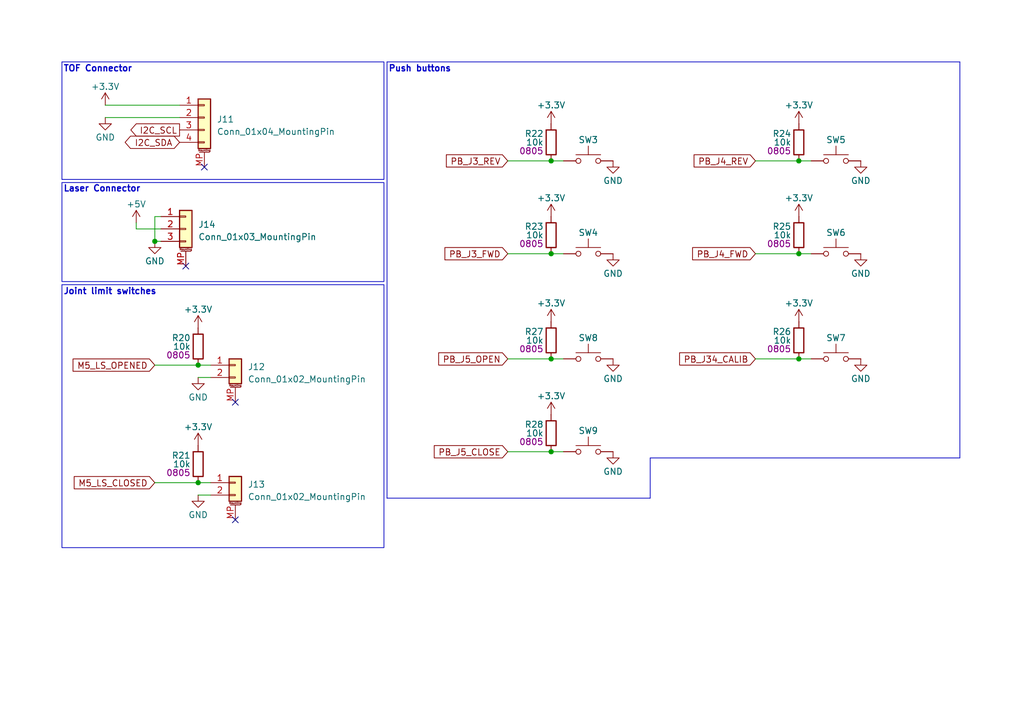
<source format=kicad_sch>
(kicad_sch (version 20231120) (generator "eeschema") (generator_version "8.0")
  (paper "A5")
  (title_block (title "${PROJECTNAME}") (date "2025-02-08") (rev "${REVISION}") (company "${GROUP_NAME}") (comment 1 "${AUTHOR}"))
  (lib_symbols
    (symbol "Connector_Generic_MountingPin:Conn_01x02_MountingPin" (pin_names (offset 1.016) hide)
      (property "Reference" "J" (at 0 2.54 0))
      (property "Value" "Conn_01x02_MountingPin" (at 1.27 -5.08 0))
      (symbol "Conn_01x02_MountingPin_1_1"
        (rectangle (start -1.27 -2.413) (end 0 -2.667) (stroke (width 0.1524)))
        (rectangle (start -1.27 0.127) (end 0 -0.127) (stroke (width 0.1524)))
        (rectangle (start -1.27 1.27) (end 1.27 -3.81) (stroke (width 0.254)) (fill (type background)))
        (polyline (pts (xy -1.016 -4.572) (xy 1.016 -4.572)) (stroke (width 0.1524)))
        (text "Mounting" (at 0 -4.191 0) (effects (font (size 0.381 0.381))))
        (pin passive line (at -5.08 0 0) (length 3.81) (name "Pin_1") (number "1"))
        (pin passive line (at -5.08 -2.54 0) (length 3.81) (name "Pin_2") (number "2"))
        (pin passive line (at 0 -7.62 90) (length 3.048) (name "MountPin") (number "MP"))
      )
    )
    (symbol "Connector_Generic_MountingPin:Conn_01x03_MountingPin" (pin_names (offset 1.016) hide)
      (property "Reference" "J" (at 0 5.08 0))
      (property "Value" "Conn_01x03_MountingPin" (at 1.27 -5.08 0))
      (symbol "Conn_01x03_MountingPin_1_1"
        (rectangle (start -1.27 -2.413) (end 0 -2.667) (stroke (width 0.1524)))
        (rectangle (start -1.27 0.127) (end 0 -0.127) (stroke (width 0.1524)))
        (rectangle (start -1.27 2.667) (end 0 2.413) (stroke (width 0.1524)))
        (rectangle (start -1.27 3.81) (end 1.27 -3.81) (stroke (width 0.254)) (fill (type background)))
        (polyline (pts (xy -1.016 -4.572) (xy 1.016 -4.572)) (stroke (width 0.1524)))
        (text "Mounting" (at 0 -4.191 0) (effects (font (size 0.381 0.381))))
        (pin passive line (at -5.08 2.54 0) (length 3.81) (name "Pin_1") (number "1"))
        (pin passive line (at -5.08 0 0) (length 3.81) (name "Pin_2") (number "2"))
        (pin passive line (at -5.08 -2.54 0) (length 3.81) (name "Pin_3") (number "3"))
        (pin passive line (at 0 -7.62 90) (length 3.048) (name "MountPin") (number "MP"))
      )
    )
    (symbol "Connector_Generic_MountingPin:Conn_01x04_MountingPin" (pin_names (offset 1.016) hide)
      (property "Reference" "J" (at 0 5.08 0))
      (property "Value" "Conn_01x04_MountingPin" (at 1.27 -7.62 0))
      (symbol "Conn_01x04_MountingPin_1_1"
        (rectangle (start -1.27 -4.953) (end 0 -5.207) (stroke (width 0.1524)))
        (rectangle (start -1.27 -2.413) (end 0 -2.667) (stroke (width 0.1524)))
        (rectangle (start -1.27 0.127) (end 0 -0.127) (stroke (width 0.1524)))
        (rectangle (start -1.27 2.667) (end 0 2.413) (stroke (width 0.1524)))
        (rectangle (start -1.27 3.81) (end 1.27 -6.35) (stroke (width 0.254)) (fill (type background)))
        (polyline (pts (xy -1.016 -7.112) (xy 1.016 -7.112)) (stroke (width 0.1524)))
        (text "Mounting" (at 0 -6.731 0) (effects (font (size 0.381 0.381))))
        (pin passive line (at -5.08 2.54 0) (length 3.81) (name "Pin_1") (number "1"))
        (pin passive line (at -5.08 0 0) (length 3.81) (name "Pin_2") (number "2"))
        (pin passive line (at -5.08 -2.54 0) (length 3.81) (name "Pin_3") (number "3"))
        (pin passive line (at -5.08 -5.08 0) (length 3.81) (name "Pin_4") (number "4"))
        (pin passive line (at 0 -10.16 90) (length 3.048) (name "MountPin") (number "MP"))
      )
    )
    (symbol "RoverLibrary:R_0805" (pin_numbers hide) (pin_names (offset 0))
      (property "Reference" "R" (at 2.032 0 90))
      (property "Value" "k" (at 0 0 90))
      (property "Package" "0805" (at -2.286 0 90))
      (symbol "R_0805_0_1"
        (rectangle (start -1.016 -2.54) (end 1.016 2.54) (stroke (width 0.254)))
      )
      (symbol "R_0805_1_1"
        (pin passive line (at 0 3.81 270) (length 1.27) (name "~") (number "1"))
        (pin passive line (at 0 -3.81 90) (length 1.27) (name "~") (number "2"))
      )
    )
    (symbol "RoverLibrary:SW-PTS815SJM250SMTRLFS" (pin_numbers hide) (pin_names (offset 1.016) hide)
      (property "Reference" "SW" (at 0 4.318 0))
      (symbol "SW-PTS815SJM250SMTRLFS_0_1"
        (circle (center -2.032 0) (radius 0.508))
        (polyline (pts (xy 0 1.27) (xy 0 3.048)))
        (polyline (pts (xy 2.54 1.27) (xy -2.54 1.27)))
        (circle (center 2.032 0) (radius 0.508))
      )
      (symbol "SW-PTS815SJM250SMTRLFS_1_1"
        (pin passive line (at -5.08 0 0) (length 2.54) (name "") (number "1"))
        (pin passive line (at -5.08 0 0) (length 2.54) hide (name "") (number "2"))
        (pin no_connect line (at 5.08 -2.54 180) (length 2.54) hide (name "NC") (number "3"))
        (pin passive line (at 5.08 0 180) (length 2.54) (name "") (number "4"))
      )
    )
    (symbol "power:+3.3V" (power) (pin_numbers hide) (pin_names (offset 0) hide)
      (property "Value" "+3.3V" (at 0 3.556 0))
      (symbol "+3.3V_0_1"
        (polyline (pts (xy -0.762 1.27) (xy 0 2.54)))
        (polyline (pts (xy 0 0) (xy 0 2.54)))
        (polyline (pts (xy 0 2.54) (xy 0.762 1.27)))
      )
      (symbol "+3.3V_1_1"
        (pin power_in line (at 0 0 90) (length 0) (name "~") (number "1"))
      )
    )
    (symbol "power:+5V" (power) (pin_numbers hide) (pin_names (offset 0) hide)
      (property "Value" "+5V" (at 0 3.556 0))
      (symbol "+5V_0_1"
        (polyline (pts (xy -0.762 1.27) (xy 0 2.54)))
        (polyline (pts (xy 0 0) (xy 0 2.54)))
        (polyline (pts (xy 0 2.54) (xy 0.762 1.27)))
      )
      (symbol "+5V_1_1"
        (pin power_in line (at 0 0 90) (length 0) (name "~") (number "1"))
      )
    )
    (symbol "power:GND" (power) (pin_numbers hide) (pin_names (offset 0) hide)
      (property "Value" "GND" (at 0 -3.81 0))
      (symbol "GND_0_1"
        (polyline (pts (xy 0 0) (xy 0 -1.27) (xy 1.27 -1.27) (xy 0 -2.54) (xy -1.27 -1.27) (xy 0 -1.27)))
      )
      (symbol "GND_1_1"
        (pin power_in line (at 0 0 270) (length 0) (name "~") (number "1"))
      )
    )
  )
  (junction (at 113.03 33.02))
  (junction (at 163.83 33.02))
  (junction (at 163.83 73.66))
  (junction (at 113.03 92.71))
  (junction (at 113.03 52.07))
  (junction (at 40.64 74.93))
  (junction (at 31.75 49.53))
  (junction (at 113.03 73.66))
  (junction (at 163.83 52.07))
  (junction (at 40.64 99.06))
  (no_connect (at 41.91 34.29))
  (no_connect (at 38.1 54.61))
  (no_connect (at 48.26 82.55))
  (no_connect (at 48.26 106.68))
  (wire (pts (xy 154.94 52.07) (xy 163.83 52.07)))
  (wire (pts (xy 27.94 46.99) (xy 33.02 46.99)))
  (wire (pts (xy 104.14 73.66) (xy 113.03 73.66)))
  (wire (pts (xy 104.14 52.07) (xy 113.03 52.07)))
  (wire (pts (xy 40.64 74.93) (xy 43.18 74.93)))
  (wire (pts (xy 40.64 101.6) (xy 43.18 101.6)))
  (wire (pts (xy 104.14 33.02) (xy 113.03 33.02)))
  (wire (pts (xy 113.03 73.66) (xy 115.57 73.66)))
  (wire (pts (xy 21.59 24.13) (xy 36.83 24.13)))
  (wire (pts (xy 154.94 33.02) (xy 163.83 33.02)))
  (wire (pts (xy 40.64 77.47) (xy 43.18 77.47)))
  (polyline (pts (xy 133.35 102.235) (xy 133.35 93.98)))
  (wire (pts (xy 31.75 99.06) (xy 40.64 99.06)))
  (wire (pts (xy 27.94 45.72) (xy 27.94 46.99)))
  (wire (pts (xy 31.75 49.53) (xy 33.02 49.53)))
  (polyline (pts (xy 79.375 12.7) (xy 196.85 12.7)))
  (wire (pts (xy 154.94 73.66) (xy 163.83 73.66)))
  (wire (pts (xy 31.75 44.45) (xy 31.75 49.53)))
  (wire (pts (xy 31.75 44.45) (xy 33.02 44.45)))
  (wire (pts (xy 163.83 73.66) (xy 166.37 73.66)))
  (wire (pts (xy 31.75 74.93) (xy 40.64 74.93)))
  (polyline (pts (xy 196.85 93.98) (xy 196.85 12.7)))
  (polyline (pts (xy 79.375 102.235) (xy 133.35 102.235)))
  (wire (pts (xy 163.83 52.07) (xy 166.37 52.07)))
  (wire (pts (xy 163.83 33.02) (xy 166.37 33.02)))
  (wire (pts (xy 113.03 52.07) (xy 115.57 52.07)))
  (wire (pts (xy 40.64 99.06) (xy 43.18 99.06)))
  (polyline (pts (xy 133.35 93.98) (xy 196.85 93.98)))
  (wire (pts (xy 113.03 33.02) (xy 115.57 33.02)))
  (polyline (pts (xy 79.375 12.7) (xy 79.375 102.235)))
  (wire (pts (xy 113.03 92.71) (xy 115.57 92.71)))
  (wire (pts (xy 21.59 21.59) (xy 36.83 21.59)))
  (wire (pts (xy 104.14 92.71) (xy 113.03 92.71)))
  (rectangle (start 12.7 12.7) (end 78.74 36.83))
  (rectangle (start 12.7 37.465) (end 78.74 57.785))
  (rectangle (start 12.7 58.42) (end 78.74 112.395))
  (text "Joint limit switches" (at 12.954 59.944 0) (effects (font (size 1.27 1.27) (thickness 0.254) (bold yes)) (justify left)))
  (text "Laser Connector" (at 12.954 38.862 0) (effects (font (size 1.27 1.27) (thickness 0.254) (bold yes)) (justify left)))
  (text "TOF Connector" (at 20.066 14.224 0) (effects (font (size 1.27 1.27) (thickness 0.254) (bold yes))))
  (text "Push buttons" (at 86.106 14.224 0) (effects (font (size 1.27 1.27) (thickness 0.254) (bold yes))))
  (global_label "PB_J5_OPEN" (shape input) (at 104.14 73.66 180) (effects (font (thickness 0.1588))) (property "Intersheetrefs" "${INTERSHEET_REFS}" (effects (hide yes))))
  (global_label "M5_LS_CLOSED" (shape input) (at 31.75 99.06 180) (effects (font (thickness 0.1588))) (property "Intersheetrefs" "${INTERSHEET_REFS}" (effects (hide yes))))
  (global_label "I2C_SDA" (shape bidirectional) (at 36.83 29.21 180) (property "Intersheetrefs" "${INTERSHEET_REFS}" (effects (hide yes))))
  (global_label "PB_J4_REV" (shape input) (at 154.94 33.02 180) (effects (font (thickness 0.1588))) (property "Intersheetrefs" "${INTERSHEET_REFS}" (effects (hide yes))))
  (global_label "M5_LS_OPENED" (shape input) (at 31.75 74.93 180) (effects (font (thickness 0.1588))) (property "Intersheetrefs" "${INTERSHEET_REFS}" (effects (hide yes))))
  (global_label "PB_J3_FWD" (shape input) (at 104.14 52.07 180) (effects (font (thickness 0.1588))) (property "Intersheetrefs" "${INTERSHEET_REFS}" (effects (hide yes))))
  (global_label "I2C_SCL" (shape output) (at 36.83 26.67 180) (property "Intersheetrefs" "${INTERSHEET_REFS}" (effects (hide yes))))
  (global_label "PB_J4_FWD" (shape input) (at 154.94 52.07 180) (effects (font (thickness 0.1588))) (property "Intersheetrefs" "${INTERSHEET_REFS}" (effects (hide yes))))
  (global_label "PB_J3_REV" (shape input) (at 104.14 33.02 180) (effects (font (thickness 0.1588))) (property "Intersheetrefs" "${INTERSHEET_REFS}" (effects (hide yes))))
  (global_label "PB_J5_CLOSE" (shape input) (at 104.14 92.71 180) (effects (font (thickness 0.1588))) (property "Intersheetrefs" "${INTERSHEET_REFS}" (effects (hide yes))))
  (global_label "PB_J34_CALIB" (shape input) (at 154.94 73.66 180) (effects (font (thickness 0.1588))) (property "Intersheetrefs" "${INTERSHEET_REFS}" (effects (hide yes))))
  (symbol (lib_id "power:GND") (at 40.64 77.47 0) (unit 1)
    (property "Reference" "#PWR067" (effects (hide yes)))
    (property "Value" "GND" (at 40.64 81.534 0))
    (property "Description" "Power symbol creates a global label with name \"GND\" , ground" (effects (hide yes)))
  )
  (symbol (lib_id "power:+3.3V") (at 113.03 85.09 0) (unit 1)
    (property "Reference" "#PWR082" (effects (hide yes)))
    (property "Value" "+3.3V" (at 113.03 81.28 0))
    (property "Description" "Power symbol creates a global label with name \"+3.3V\"" (effects (hide yes)))
  )
  (symbol (lib_id "power:GND") (at 40.64 101.6 0) (unit 1)
    (property "Reference" "#PWR069" (effects (hide yes)))
    (property "Value" "GND" (at 40.64 105.664 0))
    (property "Description" "Power symbol creates a global label with name \"GND\" , ground" (effects (hide yes)))
  )
  (symbol (lib_id "Connector_Generic_MountingPin:Conn_01x02_MountingPin") (at 48.26 74.93 0) (unit 1)
    (property "Reference" "J12" (at 50.8 75.2855 0) (effects (justify left)))
    (property "Value" "Conn_01x02_MountingPin" (at 50.8 77.8255 0) (effects (justify left)))
    (property "Footprint" "Connector_JST:JST_PH_S2B-PH-SM4-TB_1x02-1MP_P2.00mm_Horizontal" (effects (hide yes)))
    (property "Description" "Generic connectable mounting pin connector, single row, 01x02, script generated (kicad-library-utils/schlib/autogen/connector/)" (effects (hide yes)))
  )
  (symbol (lib_id "RoverLibrary:R_0805") (at 163.83 48.26 0) (mirror y) (unit 1)
    (property "Reference" "R25" (at 162.306 46.482 0) (effects (justify left)))
    (property "Value" "10k" (at 162.306 48.26 0) (effects (justify left)))
    (property "Footprint" "Resistor_SMD:R_0805_2012Metric_Pad1.20x1.40mm_HandSolder" (effects (hide yes)))
    (property "Description" "Resistor" (effects (hide yes)))
    (property "Package" "0805" (at 159.766 50.038 0))
  )
  (symbol (lib_id "power:GND") (at 125.73 92.71 0) (unit 1)
    (property "Reference" "#PWR083" (effects (hide yes)))
    (property "Value" "GND" (at 125.73 96.774 0))
    (property "Description" "Power symbol creates a global label with name \"GND\" , ground" (effects (hide yes)))
  )
  (symbol (lib_id "power:GND") (at 125.73 33.02 0) (unit 1)
    (property "Reference" "#PWR071" (effects (hide yes)))
    (property "Value" "GND" (at 125.73 37.084 0))
    (property "Description" "Power symbol creates a global label with name \"GND\" , ground" (effects (hide yes)))
  )
  (symbol (lib_id "power:GND") (at 125.73 52.07 0) (unit 1)
    (property "Reference" "#PWR073" (effects (hide yes)))
    (property "Value" "GND" (at 125.73 56.134 0))
    (property "Description" "Power symbol creates a global label with name \"GND\" , ground" (effects (hide yes)))
  )
  (symbol (lib_id "power:GND") (at 176.53 52.07 0) (unit 1)
    (property "Reference" "#PWR077" (effects (hide yes)))
    (property "Value" "GND" (at 176.53 56.134 0))
    (property "Description" "Power symbol creates a global label with name \"GND\" , ground" (effects (hide yes)))
  )
  (symbol (lib_id "power:GND") (at 176.53 73.66 0) (unit 1)
    (property "Reference" "#PWR079" (effects (hide yes)))
    (property "Value" "GND" (at 176.53 77.724 0))
    (property "Description" "Power symbol creates a global label with name \"GND\" , ground" (effects (hide yes)))
  )
  (symbol (lib_id "power:+3.3V") (at 21.59 21.59 0) (unit 1)
    (property "Reference" "#PWR062" (effects (hide yes)))
    (property "Value" "+3.3V" (at 21.59 17.78 0))
    (property "Description" "Power symbol creates a global label with name \"+3.3V\"" (effects (hide yes)))
  )
  (symbol (lib_id "power:GND") (at 125.73 73.66 0) (unit 1)
    (property "Reference" "#PWR081" (effects (hide yes)))
    (property "Value" "GND" (at 125.73 77.724 0))
    (property "Description" "Power symbol creates a global label with name \"GND\" , ground" (effects (hide yes)))
  )
  (symbol (lib_id "RoverLibrary:SW-PTS815SJM250SMTRLFS") (at 120.65 73.66 0) (unit 1)
    (property "Reference" "SW8" (at 120.65 69.342 0))
    (property "Value" "SW-PTS815SJM250SMTRLFS" (effects (hide yes)))
    (property "Footprint" "RoverFootprint:SW-PTS815 SJM250SMTRLFS" (effects (hide yes)))
    (property "Datasheet" "https://www.ckswitches.com/media/2728/pts815.pdf" (effects (hide yes)))
    (property "Description" "Push button switch" (effects (hide yes)))
  )
  (symbol (lib_id "power:+3.3V") (at 113.03 66.04 0) (unit 1)
    (property "Reference" "#PWR080" (effects (hide yes)))
    (property "Value" "+3.3V" (at 113.03 62.23 0))
    (property "Description" "Power symbol creates a global label with name \"+3.3V\"" (effects (hide yes)))
  )
  (symbol (lib_id "power:+3.3V") (at 40.64 67.31 0) (unit 1)
    (property "Reference" "#PWR066" (effects (hide yes)))
    (property "Value" "+3.3V" (at 40.64 63.5 0))
    (property "Description" "Power symbol creates a global label with name \"+3.3V\"" (effects (hide yes)))
  )
  (symbol (lib_id "RoverLibrary:SW-PTS815SJM250SMTRLFS") (at 120.65 92.71 0) (unit 1)
    (property "Reference" "SW9" (at 120.65 88.392 0))
    (property "Value" "SW-PTS815SJM250SMTRLFS" (effects (hide yes)))
    (property "Footprint" "RoverFootprint:SW-PTS815 SJM250SMTRLFS" (effects (hide yes)))
    (property "Datasheet" "https://www.ckswitches.com/media/2728/pts815.pdf" (effects (hide yes)))
    (property "Description" "Push button switch" (effects (hide yes)))
  )
  (symbol (lib_id "Connector_Generic_MountingPin:Conn_01x04_MountingPin") (at 41.91 24.13 0) (unit 1)
    (property "Reference" "J11" (at 44.45 24.4855 0) (effects (justify left)))
    (property "Value" "Conn_01x04_MountingPin" (at 44.45 27.0255 0) (effects (justify left)))
    (property "Footprint" "Connector_JST:JST_PH_S4B-PH-SM4-TB_1x04-1MP_P2.00mm_Horizontal" (effects (hide yes)))
    (property "Description" "Generic connectable mounting pin connector, single row, 01x04, script generated (kicad-library-utils/schlib/autogen/connector/)" (effects (hide yes)))
  )
  (symbol (lib_id "power:+3.3V") (at 163.83 44.45 0) (unit 1)
    (property "Reference" "#PWR076" (effects (hide yes)))
    (property "Value" "+3.3V" (at 163.83 40.64 0))
    (property "Description" "Power symbol creates a global label with name \"+3.3V\"" (effects (hide yes)))
  )
  (symbol (lib_id "RoverLibrary:R_0805") (at 113.03 69.85 0) (mirror y) (unit 1)
    (property "Reference" "R27" (at 111.506 68.072 0) (effects (justify left)))
    (property "Value" "10k" (at 111.506 69.85 0) (effects (justify left)))
    (property "Footprint" "Resistor_SMD:R_0805_2012Metric_Pad1.20x1.40mm_HandSolder" (effects (hide yes)))
    (property "Description" "Resistor" (effects (hide yes)))
    (property "Package" "0805" (at 108.966 71.628 0))
  )
  (symbol (lib_id "RoverLibrary:SW-PTS815SJM250SMTRLFS") (at 171.45 52.07 0) (unit 1)
    (property "Reference" "SW6" (at 171.45 47.752 0))
    (property "Value" "SW-PTS815SJM250SMTRLFS" (effects (hide yes)))
    (property "Footprint" "RoverFootprint:SW-PTS815 SJM250SMTRLFS" (effects (hide yes)))
    (property "Datasheet" "https://www.ckswitches.com/media/2728/pts815.pdf" (effects (hide yes)))
    (property "Description" "Push button switch" (effects (hide yes)))
  )
  (symbol (lib_id "RoverLibrary:SW-PTS815SJM250SMTRLFS") (at 120.65 52.07 0) (unit 1)
    (property "Reference" "SW4" (at 120.65 47.752 0))
    (property "Value" "SW-PTS815SJM250SMTRLFS" (effects (hide yes)))
    (property "Footprint" "RoverFootprint:SW-PTS815 SJM250SMTRLFS" (effects (hide yes)))
    (property "Datasheet" "https://www.ckswitches.com/media/2728/pts815.pdf" (effects (hide yes)))
    (property "Description" "Push button switch" (effects (hide yes)))
  )
  (symbol (lib_id "power:+3.3V") (at 113.03 44.45 0) (unit 1)
    (property "Reference" "#PWR072" (effects (hide yes)))
    (property "Value" "+3.3V" (at 113.03 40.64 0))
    (property "Description" "Power symbol creates a global label with name \"+3.3V\"" (effects (hide yes)))
  )
  (symbol (lib_id "RoverLibrary:R_0805") (at 113.03 48.26 0) (mirror y) (unit 1)
    (property "Reference" "R23" (at 111.506 46.482 0) (effects (justify left)))
    (property "Value" "10k" (at 111.506 48.26 0) (effects (justify left)))
    (property "Footprint" "Resistor_SMD:R_0805_2012Metric_Pad1.20x1.40mm_HandSolder" (effects (hide yes)))
    (property "Description" "Resistor" (effects (hide yes)))
    (property "Package" "0805" (at 108.966 50.038 0))
  )
  (symbol (lib_id "Connector_Generic_MountingPin:Conn_01x03_MountingPin") (at 38.1 46.99 0) (unit 1)
    (property "Reference" "J14" (at 40.64 46.0755 0) (effects (justify left)))
    (property "Value" "Conn_01x03_MountingPin" (at 40.64 48.6155 0) (effects (justify left)))
    (property "Footprint" "Connector_JST:JST_PH_S3B-PH-SM4-TB_1x03-1MP_P2.00mm_Horizontal" (effects (hide yes)))
    (property "Description" "Generic connectable mounting pin connector, single row, 01x03, script generated (kicad-library-utils/schlib/autogen/connector/)" (effects (hide yes)))
  )
  (symbol (lib_id "power:+3.3V") (at 163.83 66.04 0) (unit 1)
    (property "Reference" "#PWR078" (effects (hide yes)))
    (property "Value" "+3.3V" (at 163.83 62.23 0))
    (property "Description" "Power symbol creates a global label with name \"+3.3V\"" (effects (hide yes)))
  )
  (symbol (lib_id "power:GND") (at 176.53 33.02 0) (unit 1)
    (property "Reference" "#PWR075" (effects (hide yes)))
    (property "Value" "GND" (at 176.53 37.084 0))
    (property "Description" "Power symbol creates a global label with name \"GND\" , ground" (effects (hide yes)))
  )
  (symbol (lib_id "power:+3.3V") (at 40.64 91.44 0) (unit 1)
    (property "Reference" "#PWR068" (effects (hide yes)))
    (property "Value" "+3.3V" (at 40.64 87.63 0))
    (property "Description" "Power symbol creates a global label with name \"+3.3V\"" (effects (hide yes)))
  )
  (symbol (lib_id "power:+5V") (at 27.94 45.72 0) (unit 1)
    (property "Reference" "#PWR064" (effects (hide yes)))
    (property "Value" "+5V" (at 27.94 41.91 0))
    (property "Description" "Power symbol creates a global label with name \"+5V\"" (effects (hide yes)))
  )
  (symbol (lib_id "RoverLibrary:R_0805") (at 163.83 29.21 0) (mirror y) (unit 1)
    (property "Reference" "R24" (at 162.306 27.432 0) (effects (justify left)))
    (property "Value" "10k" (at 162.306 29.21 0) (effects (justify left)))
    (property "Footprint" "Resistor_SMD:R_0805_2012Metric_Pad1.20x1.40mm_HandSolder" (effects (hide yes)))
    (property "Description" "Resistor" (effects (hide yes)))
    (property "Package" "0805" (at 159.766 30.988 0))
  )
  (symbol (lib_id "power:GND") (at 21.59 24.13 0) (unit 1)
    (property "Reference" "#PWR063" (effects (hide yes)))
    (property "Value" "GND" (at 21.59 28.194 0))
    (property "Description" "Power symbol creates a global label with name \"GND\" , ground" (effects (hide yes)))
  )
  (symbol (lib_id "power:GND") (at 31.75 49.53 0) (unit 1)
    (property "Reference" "#PWR065" (effects (hide yes)))
    (property "Value" "GND" (at 31.75 53.594 0))
    (property "Description" "Power symbol creates a global label with name \"GND\" , ground" (effects (hide yes)))
  )
  (symbol (lib_id "RoverLibrary:R_0805") (at 113.03 29.21 0) (mirror y) (unit 1)
    (property "Reference" "R22" (at 111.506 27.432 0) (effects (justify left)))
    (property "Value" "10k" (at 111.506 29.21 0) (effects (justify left)))
    (property "Footprint" "Resistor_SMD:R_0805_2012Metric_Pad1.20x1.40mm_HandSolder" (effects (hide yes)))
    (property "Description" "Resistor" (effects (hide yes)))
    (property "Package" "0805" (at 108.966 30.988 0))
  )
  (symbol (lib_id "RoverLibrary:R_0805") (at 113.03 88.9 0) (mirror y) (unit 1)
    (property "Reference" "R28" (at 111.506 87.122 0) (effects (justify left)))
    (property "Value" "10k" (at 111.506 88.9 0) (effects (justify left)))
    (property "Footprint" "Resistor_SMD:R_0805_2012Metric_Pad1.20x1.40mm_HandSolder" (effects (hide yes)))
    (property "Description" "Resistor" (effects (hide yes)))
    (property "Package" "0805" (at 108.966 90.678 0))
  )
  (symbol (lib_id "RoverLibrary:SW-PTS815SJM250SMTRLFS") (at 171.45 73.66 0) (unit 1)
    (property "Reference" "SW7" (at 171.45 69.342 0))
    (property "Value" "SW-PTS815SJM250SMTRLFS" (effects (hide yes)))
    (property "Footprint" "RoverFootprint:SW-PTS815 SJM250SMTRLFS" (effects (hide yes)))
    (property "Datasheet" "https://www.ckswitches.com/media/2728/pts815.pdf" (effects (hide yes)))
    (property "Description" "Push button switch" (effects (hide yes)))
  )
  (symbol (lib_id "RoverLibrary:SW-PTS815SJM250SMTRLFS") (at 120.65 33.02 0) (unit 1)
    (property "Reference" "SW3" (at 120.65 28.702 0))
    (property "Value" "SW-PTS815SJM250SMTRLFS" (effects (hide yes)))
    (property "Footprint" "RoverFootprint:SW-PTS815 SJM250SMTRLFS" (effects (hide yes)))
    (property "Datasheet" "https://www.ckswitches.com/media/2728/pts815.pdf" (effects (hide yes)))
    (property "Description" "Push button switch" (effects (hide yes)))
  )
  (symbol (lib_id "RoverLibrary:R_0805") (at 40.64 95.25 0) (mirror y) (unit 1)
    (property "Reference" "R21" (at 39.116 93.472 0) (effects (justify left)))
    (property "Value" "10k" (at 39.116 95.25 0) (effects (justify left)))
    (property "Footprint" "Resistor_SMD:R_0805_2012Metric_Pad1.20x1.40mm_HandSolder" (effects (hide yes)))
    (property "Description" "Resistor" (effects (hide yes)))
    (property "Package" "0805" (at 36.576 97.028 0))
  )
  (symbol (lib_id "RoverLibrary:R_0805") (at 40.64 71.12 0) (mirror y) (unit 1)
    (property "Reference" "R20" (at 39.116 69.342 0) (effects (justify left)))
    (property "Value" "10k" (at 39.116 71.12 0) (effects (justify left)))
    (property "Footprint" "Resistor_SMD:R_0805_2012Metric_Pad1.20x1.40mm_HandSolder" (effects (hide yes)))
    (property "Description" "Resistor" (effects (hide yes)))
    (property "Package" "0805" (at 36.576 72.898 0))
  )
  (symbol (lib_id "RoverLibrary:SW-PTS815SJM250SMTRLFS") (at 171.45 33.02 0) (unit 1)
    (property "Reference" "SW5" (at 171.45 28.702 0))
    (property "Value" "SW-PTS815SJM250SMTRLFS" (effects (hide yes)))
    (property "Footprint" "RoverFootprint:SW-PTS815 SJM250SMTRLFS" (effects (hide yes)))
    (property "Datasheet" "https://www.ckswitches.com/media/2728/pts815.pdf" (effects (hide yes)))
    (property "Description" "Push button switch" (effects (hide yes)))
  )
  (symbol (lib_id "power:+3.3V") (at 163.83 25.4 0) (unit 1)
    (property "Reference" "#PWR074" (effects (hide yes)))
    (property "Value" "+3.3V" (at 163.83 21.59 0))
    (property "Description" "Power symbol creates a global label with name \"+3.3V\"" (effects (hide yes)))
  )
  (symbol (lib_id "Connector_Generic_MountingPin:Conn_01x02_MountingPin") (at 48.26 99.06 0) (unit 1)
    (property "Reference" "J13" (at 50.8 99.4155 0) (effects (justify left)))
    (property "Value" "Conn_01x02_MountingPin" (at 50.8 101.9555 0) (effects (justify left)))
    (property "Footprint" "Connector_JST:JST_PH_S2B-PH-SM4-TB_1x02-1MP_P2.00mm_Horizontal" (effects (hide yes)))
    (property "Description" "Generic connectable mounting pin connector, single row, 01x02, script generated (kicad-library-utils/schlib/autogen/connector/)" (effects (hide yes)))
  )
  (symbol (lib_id "power:+3.3V") (at 113.03 25.4 0) (unit 1)
    (property "Reference" "#PWR070" (effects (hide yes)))
    (property "Value" "+3.3V" (at 113.03 21.59 0))
    (property "Description" "Power symbol creates a global label with name \"+3.3V\"" (effects (hide yes)))
  )
  (symbol (lib_id "RoverLibrary:R_0805") (at 163.83 69.85 0) (mirror y) (unit 1)
    (property "Reference" "R26" (at 162.306 68.072 0) (effects (justify left)))
    (property "Value" "10k" (at 162.306 69.85 0) (effects (justify left)))
    (property "Footprint" "Resistor_SMD:R_0805_2012Metric_Pad1.20x1.40mm_HandSolder" (effects (hide yes)))
    (property "Description" "Resistor" (effects (hide yes)))
    (property "Package" "0805" (at 159.766 71.628 0))
  )
)
</source>
